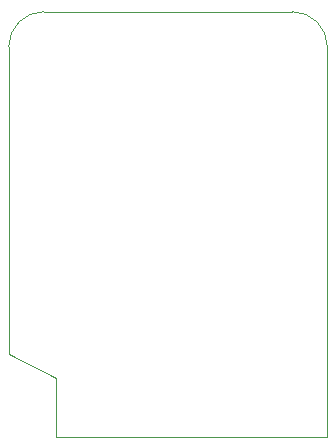
<source format=gm1>
G04 #@! TF.FileFunction,Profile,NP*
%FSLAX46Y46*%
G04 Gerber Fmt 4.6, Leading zero omitted, Abs format (unit mm)*
G04 Created by KiCad (PCBNEW 4.0.7) date Thu Oct 12 12:28:44 2017*
%MOMM*%
%LPD*%
G01*
G04 APERTURE LIST*
%ADD10C,0.200000*%
%ADD11C,0.100000*%
G04 APERTURE END LIST*
D10*
D11*
X155581100Y-95033600D02*
X151581100Y-93033600D01*
X155581100Y-100033600D02*
X155581100Y-95033600D01*
X175581101Y-64033600D02*
G75*
G02X178581100Y-67033600I-70J-3000069D01*
G01*
X151581100Y-67033599D02*
G75*
G02X154581100Y-64033600I3000069J-70D01*
G01*
X151581100Y-67033600D02*
X151581100Y-93033600D01*
X175581100Y-64033600D02*
X154581100Y-64033600D01*
X178581100Y-100033600D02*
X178581100Y-67033600D01*
X155581100Y-100033600D02*
X178581100Y-100033600D01*
M02*

</source>
